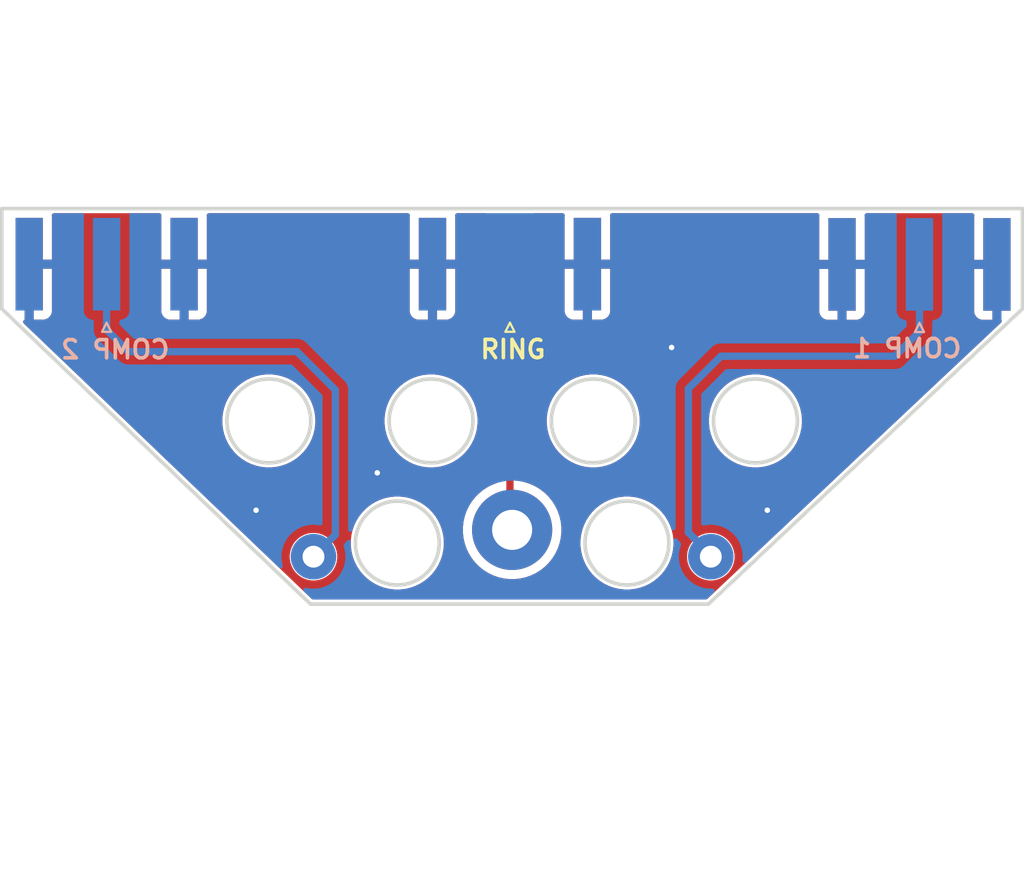
<source format=kicad_pcb>
(kicad_pcb (version 20241229) (generator "pcbnew") (generator_version "9.0")
  (layers (0 "F.Cu" signal) (2 "B.Cu" signal) (13 "F.Paste" user) (15 "B.Paste" user) (5 "F.SilkS" user "F.Silkscreen") (7 "B.SilkS" user "B.Silkscreen") (1 "F.Mask" user) (3 "B.Mask" user) (25 "Edge.Cuts" user))
  (net 0 "")
  (net 1 "GND")
  (net 2 "/COMPLOW")
  (net 3 "/COMPHIGH")
  (net 4 "/RING")
  (footprint "Connector_Coaxial:SMA_Amphenol_132289_EdgeMount" (layer "F.Cu") (at 132.88 59.1 90)
    (property "Reference" "RING1" (hide yes))
    (property "Value" "Conn_Coaxial" (hide yes))
    (fp_line (start -3.71 -0.25) (end -3.71 0.25) (stroke (width 0.12)) (layer "F.SilkS"))
    (fp_line (start -3.21 0) (end -3.71 -0.25) (stroke (width 0.12)) (layer "F.SilkS"))
    (fp_line (start -3.71 0.25) (end -3.21 0) (stroke (width 0.12)) (layer "F.SilkS"))
    (pad "1" smd rect (at 0 0 180) (size 1.5 5.08) (layers "F.Cu" "F.Mask" "F.Paste") (net 4 "/RING"))
    (pad "2" smd rect (at 0 -4.25 180) (size 1.5 5.08) (layers "F.Cu" "F.Mask" "F.Paste") (net 1 "GND"))
    (pad "2" smd rect (at 0 -4.25 180) (size 1.5 5.08) (layers "B.Cu" "B.Mask" "B.Paste") (net 1 "GND"))
    (pad "2" smd rect (at 0 4.25 180) (size 1.5 5.08) (layers "F.Cu" "F.Mask" "F.Paste") (net 1 "GND"))
    (pad "2" smd rect (at 0 4.25 180) (size 1.5 5.08) (layers "B.Cu" "B.Mask" "B.Paste") (net 1 "GND"))
  )
  (footprint "MountingHole:MountingHole_2.2mm_M2_Pad_TopBottom" (layer "F.Cu") (at 133 73.678)
    (property "Reference" "ringendcap1" (hide yes))
    (property "Value" "MountingHole_Pad" (hide yes))
    (pad "1" thru_hole circle (at 0 0) (size 2.6 2.6) (drill 2.2) (layers "*.Cu" "*.Mask") (net 4 "/RING"))
    (pad "1" connect circle (at 0 0) (size 4.4 4.4) (layers "F.Cu" "F.Mask") (net 4 "/RING"))
    (pad "1" connect circle (at 0 0) (size 4.4 4.4) (layers "B.Cu" "B.Mask") (net 4 "/RING"))
  )
  (footprint "mine:single sided 1.2m holes for DC" (layer "B.Cu") (at 122.1 75.15 180)
    (property "Reference" "complower1" (hide yes))
    (property "Value" "MountingHole_Pad" (hide yes))
    (pad "1" thru_hole circle (at 0 0 180) (size 1.6 1.6) (drill 1.2) (layers "*.Cu" "*.Mask") (net 2 "/COMPLOW"))
    (pad "1" connect circle (at 0 0 180) (size 2.5 2.5) (layers "B.Cu" "B.Mask") (net 2 "/COMPLOW"))
  )
  (footprint "Connector_Coaxial:SMA_Amphenol_132289_EdgeMount" (layer "B.Cu") (at 155.35 59.1125 90)
    (property "Reference" "COMPHIGH1" (hide yes))
    (property "Value" "Conn_Coaxial" (hide yes))
    (fp_line (start -3.71 -0.25) (end -3.21 0) (stroke (width 0.12)) (layer "B.SilkS"))
    (fp_line (start -3.21 0) (end -3.71 0.25) (stroke (width 0.12)) (layer "B.SilkS"))
    (fp_line (start -3.71 0.25) (end -3.71 -0.25) (stroke (width 0.12)) (layer "B.SilkS"))
    (pad "1" smd rect (at 0 0) (size 1.5 5.08) (layers "B.Cu" "B.Mask" "B.Paste") (net 3 "/COMPHIGH"))
    (pad "2" smd rect (at 0 -4.25) (size 1.5 5.08) (layers "F.Cu" "F.Mask" "F.Paste") (net 1 "GND"))
    (pad "2" smd rect (at 0 -4.25) (size 1.5 5.08) (layers "B.Cu" "B.Mask" "B.Paste") (net 1 "GND"))
    (pad "2" smd rect (at 0 4.25) (size 1.5 5.08) (layers "F.Cu" "F.Mask" "F.Paste") (net 1 "GND"))
    (pad "2" smd rect (at 0 4.25) (size 1.5 5.08) (layers "B.Cu" "B.Mask" "B.Paste") (net 1 "GND"))
  )
  (footprint "mine:single sided 1.2m holes for DC" (layer "B.Cu") (at 143.9 75.15 180)
    (property "Reference" "compupper1" (hide yes))
    (property "Value" "MountingHole_Pad" (hide yes))
    (pad "1" thru_hole circle (at 0 0 180) (size 1.6 1.6) (drill 1.2) (layers "*.Cu" "*.Mask") (net 3 "/COMPHIGH"))
    (pad "1" connect circle (at 0 0 180) (size 2.5 2.5) (layers "B.Cu" "B.Mask") (net 3 "/COMPHIGH"))
  )
  (footprint "Connector_Coaxial:SMA_Amphenol_132289_EdgeMount" (layer "B.Cu") (at 110.75 59.1 90)
    (property "Reference" "COMPLOW1" (hide yes))
    (property "Value" "Conn_Coaxial" (hide yes))
    (fp_line (start -3.71 -0.25) (end -3.21 0) (stroke (width 0.12)) (layer "B.SilkS"))
    (fp_line (start -3.21 0) (end -3.71 0.25) (stroke (width 0.12)) (layer "B.SilkS"))
    (fp_line (start -3.71 0.25) (end -3.71 -0.25) (stroke (width 0.12)) (layer "B.SilkS"))
    (pad "1" smd rect (at 0 0) (size 1.5 5.08) (layers "B.Cu" "B.Mask" "B.Paste") (net 2 "/COMPLOW"))
    (pad "2" smd rect (at 0 -4.25) (size 1.5 5.08) (layers "F.Cu" "F.Mask" "F.Paste") (net 1 "GND"))
    (pad "2" smd rect (at 0 -4.25) (size 1.5 5.08) (layers "B.Cu" "B.Mask" "B.Paste") (net 1 "GND"))
    (pad "2" smd rect (at 0 4.25) (size 1.5 5.08) (layers "F.Cu" "F.Mask" "F.Paste") (net 1 "GND"))
    (pad "2" smd rect (at 0 4.25) (size 1.5 5.08) (layers "B.Cu" "B.Mask" "B.Paste") (net 1 "GND"))
  )
  (gr_line (start 143.772205 77.75) (end 121.94 77.75) (stroke (width 0.2)) (layer "Edge.Cuts"))
  (gr_circle (center 146.35 67.7) (end 148.65 67.7) (stroke (width 0.2)) (fill no) (layer "Edge.Cuts"))
  (gr_circle (center 139.3 74.4) (end 141.6 74.4) (stroke (width 0.2)) (fill no) (layer "Edge.Cuts"))
  (gr_circle (center 126.7 74.4) (end 129 74.4) (stroke (width 0.2)) (fill no) (layer "Edge.Cuts"))
  (gr_line (start 161 56.05) (end 105 56.05) (stroke (width 0.2)) (layer "Edge.Cuts"))
  (gr_line (start 161 61.55) (end 161 56.05) (stroke (width 0.2)) (layer "Edge.Cuts"))
  (gr_line (start 143.772205 77.75) (end 161 61.55) (stroke (width 0.2)) (layer "Edge.Cuts"))
  (gr_line (start 105 61.55) (end 121.934139 77.75) (stroke (width 0.2)) (layer "Edge.Cuts"))
  (gr_circle (center 137.45 67.7) (end 139.75 67.7) (stroke (width 0.2)) (fill no) (layer "Edge.Cuts"))
  (gr_line (start 105 56.05) (end 105 61.55) (stroke (width 0.2)) (layer "Edge.Cuts"))
  (gr_circle (center 119.65 67.7) (end 121.95 67.7) (stroke (width 0.2)) (fill no) (layer "Edge.Cuts"))
  (gr_circle (center 128.55 67.7) (end 130.85 67.7) (stroke (width 0.2)) (fill no) (layer "Edge.Cuts"))
  (gr_text "RING" (at 131.15 64.36 0) (layer "F.SilkS") (effects (font (size 1 1) (thickness 0.2) (bold yes)) (justify left bottom)))
  (gr_text "COMP 1" (at 157.76 64.31 0) (layer "B.SilkS") (effects (font (size 1 1) (thickness 0.2) (bold yes)) (justify left bottom mirror)))
  (gr_text "COMP 2" (at 114.31 64.37 0) (layer "B.SilkS") (effects (font (size 1 1) (thickness 0.2) (bold yes)) (justify left bottom mirror)))
  (via (at 118.95 72.6) (size 0.6) (drill 0.3) (layers "F.Cu" "B.Cu") (net 1))
  (via (at 125.6 70.55) (size 0.6) (drill 0.3) (layers "F.Cu" "B.Cu") (net 1))
  (via (at 147 72.6) (size 0.6) (drill 0.3) (layers "F.Cu" "B.Cu") (net 1))
  (via (at 141.75 63.67) (size 0.6) (drill 0.3) (layers "F.Cu" "B.Cu") (net 1))
  (segment (start 110.75 62.7) (end 110.75 59.1) (width 0.4) (layer "B.Cu") (net 2))
  (segment (start 111.95 63.9) (end 110.75 62.7) (width 0.4) (layer "B.Cu") (net 2))
  (segment (start 122.1 75.15) (end 123.3 73.95) (width 0.4) (layer "B.Cu") (net 2))
  (segment (start 123.3 73.95) (end 123.3 66) (width 0.4) (layer "B.Cu") (net 2))
  (segment (start 123.3 66) (end 121.2 63.9) (width 0.4) (layer "B.Cu") (net 2))
  (segment (start 121.2 63.9) (end 111.95 63.9) (width 0.4) (layer "B.Cu") (net 2))
  (segment (start 144.45 64.15) (end 154 64.15) (width 0.4) (layer "B.Cu") (net 3))
  (segment (start 142.67 65.93) (end 144.45 64.15) (width 0.4) (layer "B.Cu") (net 3))
  (segment (start 142.67 73.82) (end 142.67 65.93) (width 0.4) (layer "B.Cu") (net 3))
  (segment (start 143.85 75) (end 142.67 73.82) (width 0.4) (layer "B.Cu") (net 3))
  (segment (start 154 64.15) (end 155.35 62.8) (width 0.4) (layer "B.Cu") (net 3))
  (segment (start 155.35 62.8) (end 155.35 59.1125) (width 0.4) (layer "B.Cu") (net 3))
  (segment (start 132.88 73.678) (end 132.88 59.1) (width 0.4) (layer "F.Cu") (net 4))
  (zone (net 1) (net_name "GND") (layer "F.Cu") (connect_pads (clearance 0.5)) (min_thickness 0.25) (fill yes (thermal_gap 0.5) (thermal_bridge_width 0.5) (island_removal_mode 1) (island_area_min 10))
    (polygon (pts (xy 105 56) (xy 104.95 61.5) (xy 122.35 78.25) (xy 143.4 78.15) (xy 161 61.5) (xy 161 60.5) (xy 161 56.05) (xy 105 56.05)))
  )
  (zone (net 1) (net_name "GND") (layer "B.Cu") (priority 1) (connect_pads (clearance 0.5)) (min_thickness 0.25) (fill yes (thermal_gap 0.5) (thermal_bridge_width 0.5) (island_removal_mode 1) (island_area_min 10))
    (polygon (pts (xy 105 56.05) (xy 161 56.05) (xy 161 61.5) (xy 140.5 81.45) (xy 140.55 87.2) (xy 137 90.7) (xy 128.95 90.7) (xy 125.1 87.15) (xy 125.15 81.45) (xy 104.95 61.5)))
  )
)
</source>
